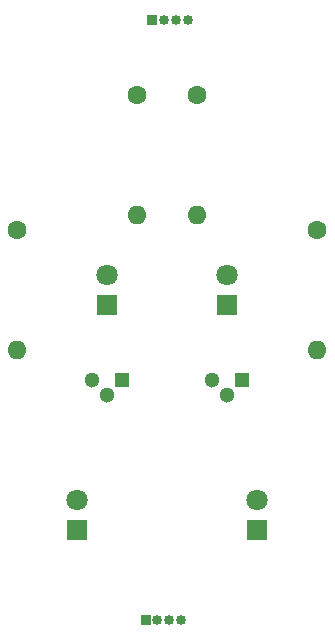
<source format=gbr>
%TF.GenerationSoftware,KiCad,Pcbnew,5.99.0+really5.1.12+dfsg1-1*%
%TF.CreationDate,2021-11-19T11:23:09-05:00*%
%TF.ProjectId,N OR,4e204f52-2e6b-4696-9361-645f70636258,rev?*%
%TF.SameCoordinates,Original*%
%TF.FileFunction,Soldermask,Bot*%
%TF.FilePolarity,Negative*%
%FSLAX46Y46*%
G04 Gerber Fmt 4.6, Leading zero omitted, Abs format (unit mm)*
G04 Created by KiCad (PCBNEW 5.99.0+really5.1.12+dfsg1-1) date 2021-11-19 11:23:09*
%MOMM*%
%LPD*%
G01*
G04 APERTURE LIST*
%ADD10R,1.800000X1.800000*%
%ADD11C,1.800000*%
%ADD12C,1.600000*%
%ADD13O,1.600000X1.600000*%
%ADD14O,0.850000X0.850000*%
%ADD15R,0.850000X0.850000*%
%ADD16R,1.300000X1.300000*%
%ADD17C,1.300000*%
G04 APERTURE END LIST*
D10*
%TO.C,OR LED*%
X130810000Y-91440000D03*
D11*
X130810000Y-88900000D03*
%TD*%
D12*
%TO.C,2.35k*%
X125730000Y-66040000D03*
D13*
X125730000Y-76200000D03*
%TD*%
D14*
%TO.C,Input Header*%
X140160000Y-48260000D03*
X139160000Y-48260000D03*
X138160000Y-48260000D03*
D15*
X137160000Y-48260000D03*
%TD*%
D14*
%TO.C,Output Header*%
X139575000Y-99006552D03*
X138575000Y-99006552D03*
X137575000Y-99006552D03*
D15*
X136575000Y-99006552D03*
%TD*%
D13*
%TO.C,2.35k*%
X151130000Y-76200000D03*
D12*
X151130000Y-66040000D03*
%TD*%
D13*
%TO.C,10k*%
X140970000Y-64770000D03*
D12*
X140970000Y-54610000D03*
%TD*%
D13*
%TO.C,10k*%
X135890000Y-64770000D03*
D12*
X135890000Y-54610000D03*
%TD*%
D11*
%TO.C,A LED*%
X133350000Y-69850000D03*
D10*
X133350000Y-72390000D03*
%TD*%
D11*
%TO.C,NOR LED*%
X146050000Y-88900000D03*
D10*
X146050000Y-91440000D03*
%TD*%
D11*
%TO.C,B LED*%
X143510000Y-69850000D03*
D10*
X143510000Y-72390000D03*
%TD*%
D16*
%TO.C,2N2222*%
X144780000Y-78740000D03*
D17*
X142240000Y-78740000D03*
X143510000Y-80010000D03*
%TD*%
D16*
%TO.C,2N2222*%
X134620000Y-78740000D03*
D17*
X132080000Y-78740000D03*
X133350000Y-80010000D03*
%TD*%
M02*

</source>
